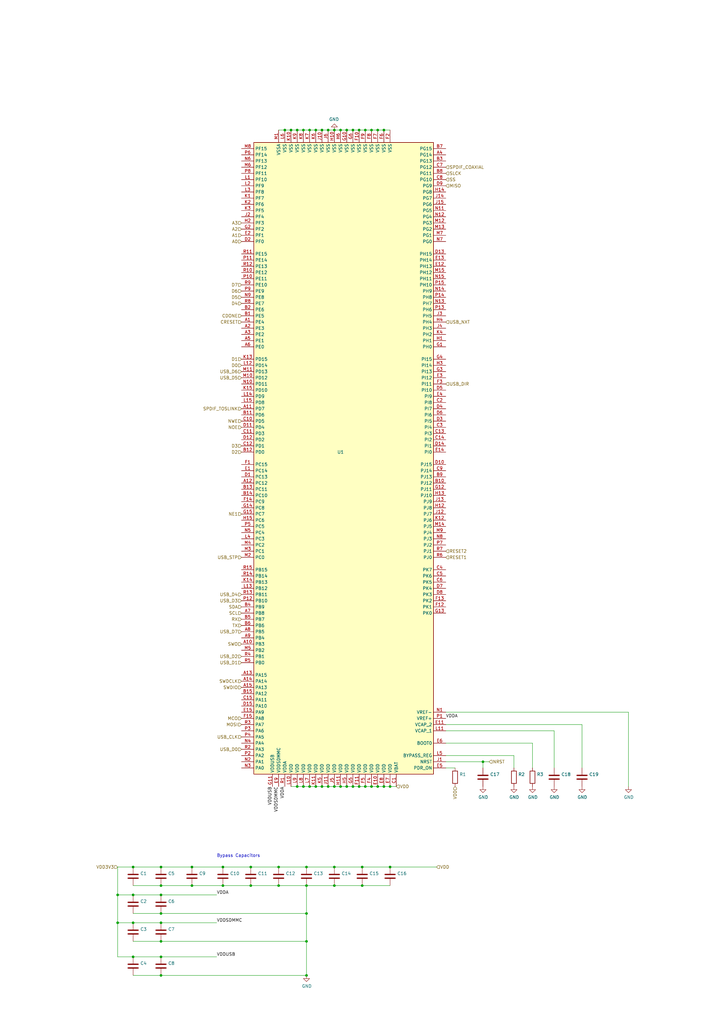
<source format=kicad_sch>
(kicad_sch (version 20211123) (generator eeschema)
  (paper "A3" portrait)
  (title_block (title "MCU"))
  (lib_symbols
    (symbol "Device:C" (pin_numbers hide) (pin_names (offset 0.254))
      (property "Reference" "C" (at 0.635 2.54 0))
      (property "Value" "C" (at 0.635 -2.54 0))
      (symbol "C_0_1"
        (polyline (pts (xy -2.032 -0.762) (xy 2.032 -0.762)) (stroke (width 0.508)))
        (polyline (pts (xy -2.032 0.762) (xy 2.032 0.762)) (stroke (width 0.508)))
      )
      (symbol "C_1_1"
        (pin passive line (at 0 3.81 270) (length 2.794) (name "~") (number "1"))
        (pin passive line (at 0 -3.81 90) (length 2.794) (name "~") (number "2"))
      )
    )
    (symbol "Device:R" (pin_numbers hide) (pin_names (offset 0))
      (property "Reference" "R" (at 2.032 0 90))
      (property "Value" "R" (at 0 0 90))
      (symbol "R_0_1"
        (rectangle (start -1.016 -2.54) (end 1.016 2.54) (stroke (width 0.254)))
      )
      (symbol "R_1_1"
        (pin passive line (at 0 3.81 270) (length 1.27) (name "~") (number "1"))
        (pin passive line (at 0 -3.81 90) (length 1.27) (name "~") (number "2"))
      )
    )
    (symbol "MCU_ST_STM32F7:STM32F765NIHx"
      (property "Reference" "U" (at -38.1 130.81 0))
      (property "Value" "STM32F765NIHx" (at 30.48 130.81 0))
      (symbol "STM32F765NIHx_0_1"
        (rectangle (start -38.1 -129.54) (end 35.56 129.54) (stroke (width 0.254)) (fill (type background)))
      )
      (symbol "STM32F765NIHx_1_1"
        (pin bidirectional line (at 40.64 -55.88 180) (length 5.08) (name "PE4") (number "A1"))
        (pin bidirectional line (at 40.64 76.2 180) (length 5.08) (name "PB3") (number "A10"))
        (pin bidirectional line (at 40.64 -20.32 180) (length 5.08) (name "PD7") (number "A11"))
        (pin bidirectional line (at 40.64 10.16 180) (length 5.08) (name "PC12") (number "A12"))
        (pin bidirectional line (at 40.64 88.9 180) (length 5.08) (name "PA15") (number "A13"))
        (pin bidirectional line (at 40.64 91.44 180) (length 5.08) (name "PA14") (number "A14"))
        (pin bidirectional line (at 40.64 93.98 180) (length 5.08) (name "PA13") (number "A15"))
        (pin bidirectional line (at 40.64 -53.34 180) (length 5.08) (name "PE3") (number "A2"))
        (pin bidirectional line (at 40.64 -50.8 180) (length 5.08) (name "PE2") (number "A3"))
        (pin bidirectional line (at -43.18 -124.46 0) (length 5.08) (name "PG14") (number "A4"))
        (pin bidirectional line (at 40.64 -48.26 180) (length 5.08) (name "PE1") (number "A5"))
        (pin bidirectional line (at 40.64 -45.72 180) (length 5.08) (name "PE0") (number "A6"))
        (pin bidirectional line (at 40.64 63.5 180) (length 5.08) (name "PB8") (number "A7"))
        (pin bidirectional line (at 40.64 71.12 180) (length 5.08) (name "PB5") (number "A8"))
        (pin bidirectional line (at 40.64 73.66 180) (length 5.08) (name "PB4") (number "A9"))
        (pin bidirectional line (at 40.64 -58.42 180) (length 5.08) (name "PE5") (number "B1"))
        (pin bidirectional line (at -43.18 10.16 0) (length 5.08) (name "PJ12") (number "B10"))
        (pin bidirectional line (at 40.64 -17.78 180) (length 5.08) (name "PD6") (number "B11"))
        (pin bidirectional line (at 40.64 -2.54 180) (length 5.08) (name "PD0") (number "B12"))
        (pin bidirectional line (at 40.64 12.7 180) (length 5.08) (name "PC11") (number "B13"))
        (pin bidirectional line (at 40.64 15.24 180) (length 5.08) (name "PC10") (number "B14"))
        (pin bidirectional line (at 40.64 96.52 180) (length 5.08) (name "PA12") (number "B15"))
        (pin bidirectional line (at 40.64 -60.96 180) (length 5.08) (name "PE6") (number "B2"))
        (pin bidirectional line (at -43.18 -121.92 0) (length 5.08) (name "PG13") (number "B3"))
        (pin bidirectional line (at 40.64 60.96 180) (length 5.08) (name "PB9") (number "B4"))
        (pin bidirectional line (at 40.64 66.04 180) (length 5.08) (name "PB7") (number "B5"))
        (pin bidirectional line (at 40.64 68.58 180) (length 5.08) (name "PB6") (number "B6"))
        (pin bidirectional line (at -43.18 -127 0) (length 5.08) (name "PG15") (number "B7"))
        (pin bidirectional line (at -43.18 -116.84 0) (length 5.08) (name "PG11") (number "B8"))
        (pin bidirectional line (at -43.18 7.62 0) (length 5.08) (name "PJ13") (number "B9"))
        (pin power_in line (at -22.86 134.62 270) (length 5.08) (name "VBAT") (number "C1"))
        (pin bidirectional line (at 40.64 -15.24 180) (length 5.08) (name "PD5") (number "C10"))
        (pin bidirectional line (at 40.64 -10.16 180) (length 5.08) (name "PD3") (number "C11"))
        (pin bidirectional line (at 40.64 -5.08 180) (length 5.08) (name "PD1") (number "C12"))
        (pin bidirectional line (at -43.18 -10.16 0) (length 5.08) (name "PI3") (number "C13"))
        (pin bidirectional line (at -43.18 -7.62 0) (length 5.08) (name "PI2") (number "C14"))
        (pin bidirectional line (at 40.64 99.06 180) (length 5.08) (name "PA11") (number "C15"))
        (pin bidirectional line (at -43.18 -22.86 0) (length 5.08) (name "PI8") (number "C2"))
        (pin bidirectional line (at -43.18 -12.7 0) (length 5.08) (name "PI4") (number "C3"))
        (pin bidirectional line (at -43.18 45.72 0) (length 5.08) (name "PK7") (number "C4"))
        (pin bidirectional line (at -43.18 48.26 0) (length 5.08) (name "PK6") (number "C5"))
        (pin bidirectional line (at -43.18 50.8 0) (length 5.08) (name "PK5") (number "C6"))
        (pin bidirectional line (at -43.18 -119.38 0) (length 5.08) (name "PG12") (number "C7"))
        (pin bidirectional line (at -43.18 -114.3 0) (length 5.08) (name "PG10") (number "C8"))
        (pin bidirectional line (at -43.18 5.08 0) (length 5.08) (name "PJ14") (number "C9"))
        (pin bidirectional line (at 40.64 7.62 180) (length 5.08) (name "PC13") (number "D1"))
        (pin bidirectional line (at -43.18 2.54 0) (length 5.08) (name "PJ15") (number "D10"))
        (pin bidirectional line (at 40.64 -12.7 180) (length 5.08) (name "PD4") (number "D11"))
        (pin bidirectional line (at 40.64 -7.62 180) (length 5.08) (name "PD2") (number "D12"))
        (pin bidirectional line (at -43.18 -83.82 0) (length 5.08) (name "PH15") (number "D13"))
        (pin bidirectional line (at -43.18 -5.08 0) (length 5.08) (name "PI1") (number "D14"))
        (pin bidirectional line (at 40.64 101.6 180) (length 5.08) (name "PA10") (number "D15"))
        (pin bidirectional line (at 40.64 -88.9 180) (length 5.08) (name "PF0") (number "D2"))
        (pin bidirectional line (at -43.18 -15.24 0) (length 5.08) (name "PI5") (number "D3"))
        (pin bidirectional line (at -43.18 -20.32 0) (length 5.08) (name "PI7") (number "D4"))
        (pin bidirectional line (at -43.18 -27.94 0) (length 5.08) (name "PI10") (number "D5"))
        (pin bidirectional line (at -43.18 -17.78 0) (length 5.08) (name "PI6") (number "D6"))
        (pin bidirectional line (at -43.18 53.34 0) (length 5.08) (name "PK4") (number "D7"))
        (pin bidirectional line (at -43.18 55.88 0) (length 5.08) (name "PK3") (number "D8"))
        (pin bidirectional line (at -43.18 -111.76 0) (length 5.08) (name "PG9") (number "D9"))
        (pin bidirectional line (at 40.64 5.08 180) (length 5.08) (name "PC14") (number "E1"))
        (pin power_in line (at -15.24 134.62 270) (length 5.08) (name "VDD") (number "E10"))
        (pin power_in line (at -43.18 109.22 0) (length 5.08) (name "VCAP_2") (number "E11"))
        (pin bidirectional line (at -43.18 -78.74 0) (length 5.08) (name "PH13") (number "E12"))
        (pin bidirectional line (at -43.18 -81.28 0) (length 5.08) (name "PH14") (number "E13"))
        (pin bidirectional line (at -43.18 -2.54 0) (length 5.08) (name "PI0") (number "E14"))
        (pin bidirectional line (at 40.64 104.14 180) (length 5.08) (name "PA9") (number "E15"))
        (pin bidirectional line (at 40.64 -91.44 180) (length 5.08) (name "PF1") (number "E2"))
        (pin bidirectional line (at -43.18 -33.02 0) (length 5.08) (name "PI12") (number "E3"))
        (pin bidirectional line (at -43.18 -25.4 0) (length 5.08) (name "PI9") (number "E4"))
        (pin input line (at -43.18 127 0) (length 5.08) (name "PDR_ON") (number "E5"))
        (pin input line (at -43.18 116.84 0) (length 5.08) (name "BOOT0") (number "E6"))
        (pin power_in line (at -20.32 134.62 270) (length 5.08) (name "VDD") (number "E7"))
        (pin power_in line (at -17.78 134.62 270) (length 5.08) (name "VDD") (number "E8"))
        (pin power_in line (at 25.4 134.62 270) (length 5.08) (name "VDDSDMMC") (number "E9"))
        (pin bidirectional line (at 40.64 2.54 180) (length 5.08) (name "PC15") (number "F1"))
        (pin power_in line (at -7.62 -134.62 90) (length 5.08) (name "VSS") (number "F10"))
        (pin power_in line (at -7.62 134.62 270) (length 5.08) (name "VDD") (number "F11"))
        (pin bidirectional line (at -43.18 60.96 0) (length 5.08) (name "PK1") (number "F12"))
        (pin bidirectional line (at -43.18 58.42 0) (length 5.08) (name "PK2") (number "F13"))
        (pin bidirectional line (at 40.64 17.78 180) (length 5.08) (name "PC9") (number "F14"))
        (pin bidirectional line (at 40.64 106.68 180) (length 5.08) (name "PA8") (number "F15"))
        (pin power_in line (at -20.32 -134.62 90) (length 5.08) (name "VSS") (number "F2"))
        (pin bidirectional line (at -43.18 -30.48 0) (length 5.08) (name "PI11") (number "F3"))
        (pin power_in line (at -12.7 134.62 270) (length 5.08) (name "VDD") (number "F4"))
        (pin power_in line (at -10.16 134.62 270) (length 5.08) (name "VDD") (number "F5"))
        (pin power_in line (at -17.78 -134.62 90) (length 5.08) (name "VSS") (number "F6"))
        (pin power_in line (at -15.24 -134.62 90) (length 5.08) (name "VSS") (number "F7"))
        (pin power_in line (at -12.7 -134.62 90) (length 5.08) (name "VSS") (number "F8"))
        (pin power_in line (at -10.16 -134.62 90) (length 5.08) (name "VSS") (number "F9"))
        (pin input line (at -43.18 -45.72 0) (length 5.08) (name "PH0") (number "G1"))
        (pin power_in line (at -2.54 -134.62 90) (length 5.08) (name "VSS") (number "G10"))
        (pin power_in line (at 27.94 134.62 270) (length 5.08) (name "VDDUSB") (number "G11"))
        (pin bidirectional line (at -43.18 12.7 0) (length 5.08) (name "PJ11") (number "G12"))
        (pin bidirectional line (at -43.18 63.5 0) (length 5.08) (name "PK0") (number "G13"))
        (pin bidirectional line (at 40.64 20.32 180) (length 5.08) (name "PC8") (number "G14"))
        (pin bidirectional line (at 40.64 22.86 180) (length 5.08) (name "PC7") (number "G15"))
        (pin bidirectional line (at 40.64 -93.98 180) (length 5.08) (name "PF2") (number "G2"))
        (pin bidirectional line (at -43.18 -35.56 0) (length 5.08) (name "PI13") (number "G3"))
        (pin bidirectional line (at -43.18 -40.64 0) (length 5.08) (name "PI15") (number "G4"))
        (pin power_in line (at -5.08 134.62 270) (length 5.08) (name "VDD") (number "G5"))
        (pin power_in line (at -5.08 -134.62 90) (length 5.08) (name "VSS") (number "G6"))
        (pin input line (at -43.18 -48.26 0) (length 5.08) (name "PH1") (number "H1"))
        (pin power_in line (at 2.54 -134.62 90) (length 5.08) (name "VSS") (number "H10"))
        (pin power_in line (at 0 134.62 270) (length 5.08) (name "VDD") (number "H11"))
        (pin bidirectional line (at -43.18 20.32 0) (length 5.08) (name "PJ8") (number "H12"))
        (pin bidirectional line (at -43.18 15.24 0) (length 5.08) (name "PJ10") (number "H13"))
        (pin bidirectional line (at -43.18 -109.22 0) (length 5.08) (name "PG8") (number "H14"))
        (pin bidirectional line (at 40.64 25.4 180) (length 5.08) (name "PC6") (number "H15"))
        (pin bidirectional line (at 40.64 -96.52 180) (length 5.08) (name "PF3") (number "H2"))
        (pin bidirectional line (at -43.18 -38.1 0) (length 5.08) (name "PI14") (number "H3"))
        (pin bidirectional line (at -43.18 -55.88 0) (length 5.08) (name "PH4") (number "H4"))
        (pin power_in line (at -2.54 134.62 270) (length 5.08) (name "VDD") (number "H5"))
        (pin power_in line (at 0 -134.62 90) (length 5.08) (name "VSS") (number "H6"))
        (pin input line (at -43.18 124.46 0) (length 5.08) (name "NRST") (number "J1"))
        (pin power_in line (at 7.62 -134.62 90) (length 5.08) (name "VSS") (number "J10"))
        (pin power_in line (at 5.08 134.62 270) (length 5.08) (name "VDD") (number "J11"))
        (pin bidirectional line (at -43.18 22.86 0) (length 5.08) (name "PJ7") (number "J12"))
        (pin bidirectional line (at -43.18 17.78 0) (length 5.08) (name "PJ9") (number "J13"))
        (pin bidirectional line (at -43.18 -106.68 0) (length 5.08) (name "PG7") (number "J14"))
        (pin bidirectional line (at -43.18 -104.14 0) (length 5.08) (name "PG6") (number "J15"))
        (pin bidirectional line (at 40.64 -99.06 180) (length 5.08) (name "PF4") (number "J2"))
        (pin bidirectional line (at -43.18 -58.42 0) (length 5.08) (name "PH5") (number "J3"))
        (pin bidirectional line (at -43.18 -53.34 0) (length 5.08) (name "PH3") (number "J4"))
        (pin power_in line (at 2.54 134.62 270) (length 5.08) (name "VDD") (number "J5"))
        (pin power_in line (at 5.08 -134.62 90) (length 5.08) (name "VSS") (number "J6"))
        (pin bidirectional line (at 40.64 -106.68 180) (length 5.08) (name "PF7") (number "K1"))
        (pin power_in line (at 20.32 -134.62 90) (length 5.08) (name "VSS") (number "K10"))
        (pin power_in line (at 10.16 134.62 270) (length 5.08) (name "VDD") (number "K11"))
        (pin bidirectional line (at -43.18 25.4 0) (length 5.08) (name "PJ6") (number "K12"))
        (pin bidirectional line (at 40.64 -40.64 180) (length 5.08) (name "PD15") (number "K13"))
        (pin bidirectional line (at 40.64 50.8 180) (length 5.08) (name "PB13") (number "K14"))
        (pin bidirectional line (at 40.64 -27.94 180) (length 5.08) (name "PD10") (number "K15"))
        (pin bidirectional line (at 40.64 -104.14 180) (length 5.08) (name "PF6") (number "K2"))
        (pin bidirectional line (at 40.64 -101.6 180) (length 5.08) (name "PF5") (number "K3"))
        (pin bidirectional line (at -43.18 -50.8 0) (length 5.08) (name "PH2") (number "K4"))
        (pin power_in line (at 7.62 134.62 270) (length 5.08) (name "VDD") (number "K5"))
        (pin power_in line (at 10.16 -134.62 90) (length 5.08) (name "VSS") (number "K6"))
        (pin power_in line (at 12.7 -134.62 90) (length 5.08) (name "VSS") (number "K7"))
        (pin power_in line (at 15.24 -134.62 90) (length 5.08) (name "VSS") (number "K8"))
        (pin power_in line (at 17.78 -134.62 90) (length 5.08) (name "VSS") (number "K9"))
        (pin bidirectional line (at 40.64 -114.3 180) (length 5.08) (name "PF10") (number "L1"))
        (pin power_in line (at 20.32 134.62 270) (length 5.08) (name "VDD") (number "L10"))
        (pin power_in line (at -43.18 111.76 0) (length 5.08) (name "VCAP_1") (number "L11"))
        (pin bidirectional line (at 40.64 -38.1 180) (length 5.08) (name "PD14") (number "L12"))
        (pin bidirectional line (at 40.64 53.34 180) (length 5.08) (name "PB12") (number "L13"))
        (pin bidirectional line (at 40.64 -25.4 180) (length 5.08) (name "PD9") (number "L14"))
        (pin bidirectional line (at 40.64 -22.86 180) (length 5.08) (name "PD8") (number "L15"))
        (pin bidirectional line (at 40.64 -111.76 180) (length 5.08) (name "PF9") (number "L2"))
        (pin bidirectional line (at 40.64 -109.22 180) (length 5.08) (name "PF8") (number "L3"))
        (pin bidirectional line (at 40.64 33.02 180) (length 5.08) (name "PC3") (number "L4"))
        (pin input line (at -43.18 121.92 0) (length 5.08) (name "BYPASS_REG") (number "L5"))
        (pin power_in line (at 22.86 -134.62 90) (length 5.08) (name "VSS") (number "L6"))
        (pin power_in line (at 12.7 134.62 270) (length 5.08) (name "VDD") (number "L7"))
        (pin power_in line (at 15.24 134.62 270) (length 5.08) (name "VDD") (number "L8"))
        (pin power_in line (at 17.78 134.62 270) (length 5.08) (name "VDD") (number "L9"))
        (pin power_in line (at 25.4 -134.62 90) (length 5.08) (name "VSSA") (number "M1"))
        (pin bidirectional line (at 40.64 -33.02 180) (length 5.08) (name "PD12") (number "M10"))
        (pin bidirectional line (at 40.64 -35.56 180) (length 5.08) (name "PD13") (number "M11"))
        (pin bidirectional line (at -43.18 -96.52 0) (length 5.08) (name "PG3") (number "M12"))
        (pin bidirectional line (at -43.18 -93.98 0) (length 5.08) (name "PG2") (number "M13"))
        (pin bidirectional line (at -43.18 27.94 0) (length 5.08) (name "PJ5") (number "M14"))
        (pin bidirectional line (at -43.18 -76.2 0) (length 5.08) (name "PH12") (number "M15"))
        (pin bidirectional line (at 40.64 40.64 180) (length 5.08) (name "PC0") (number "M2"))
        (pin bidirectional line (at 40.64 38.1 180) (length 5.08) (name "PC1") (number "M3"))
        (pin bidirectional line (at 40.64 35.56 180) (length 5.08) (name "PC2") (number "M4"))
        (pin bidirectional line (at 40.64 78.74 180) (length 5.08) (name "PB2") (number "M5"))
        (pin bidirectional line (at 40.64 -119.38 180) (length 5.08) (name "PF12") (number "M6"))
        (pin bidirectional line (at -43.18 -91.44 0) (length 5.08) (name "PG1") (number "M7"))
        (pin bidirectional line (at 40.64 -127 180) (length 5.08) (name "PF15") (number "M8"))
        (pin bidirectional line (at -43.18 30.48 0) (length 5.08) (name "PJ4") (number "M9"))
        (pin power_in line (at -43.18 104.14 0) (length 5.08) (name "VREF-") (number "N1"))
        (pin bidirectional line (at 40.64 -30.48 180) (length 5.08) (name "PD11") (number "N10"))
        (pin bidirectional line (at -43.18 -101.6 0) (length 5.08) (name "PG5") (number "N11"))
        (pin bidirectional line (at -43.18 -99.06 0) (length 5.08) (name "PG4") (number "N12"))
        (pin bidirectional line (at -43.18 -63.5 0) (length 5.08) (name "PH7") (number "N13"))
        (pin bidirectional line (at -43.18 -68.58 0) (length 5.08) (name "PH9") (number "N14"))
        (pin bidirectional line (at -43.18 -73.66 0) (length 5.08) (name "PH11") (number "N15"))
        (pin bidirectional line (at 40.64 124.46 180) (length 5.08) (name "PA1") (number "N2"))
        (pin bidirectional line (at 40.64 127 180) (length 5.08) (name "PA0") (number "N3"))
        (pin bidirectional line (at 40.64 116.84 180) (length 5.08) (name "PA4") (number "N4"))
        (pin bidirectional line (at 40.64 30.48 180) (length 5.08) (name "PC4") (number "N5"))
        (pin bidirectional line (at 40.64 -121.92 180) (length 5.08) (name "PF13") (number "N6"))
        (pin bidirectional line (at -43.18 -88.9 0) (length 5.08) (name "PG0") (number "N7"))
        (pin bidirectional line (at -43.18 33.02 0) (length 5.08) (name "PJ3") (number "N8"))
        (pin bidirectional line (at 40.64 -66.04 180) (length 5.08) (name "PE8") (number "N9"))
        (pin power_in line (at -43.18 106.68 0) (length 5.08) (name "VREF+") (number "P1"))
        (pin bidirectional line (at 40.64 -73.66 180) (length 5.08) (name "PE11") (number "P10"))
        (pin bidirectional line (at 40.64 -81.28 180) (length 5.08) (name "PE14") (number "P11"))
        (pin bidirectional line (at 40.64 58.42 180) (length 5.08) (name "PB10") (number "P12"))
        (pin bidirectional line (at -43.18 -60.96 0) (length 5.08) (name "PH6") (number "P13"))
        (pin bidirectional line (at -43.18 -66.04 0) (length 5.08) (name "PH8") (number "P14"))
        (pin bidirectional line (at -43.18 -71.12 0) (length 5.08) (name "PH10") (number "P15"))
        (pin bidirectional line (at 40.64 121.92 180) (length 5.08) (name "PA2") (number "P2"))
        (pin bidirectional line (at 40.64 111.76 180) (length 5.08) (name "PA6") (number "P3"))
        (pin bidirectional line (at 40.64 114.3 180) (length 5.08) (name "PA5") (number "P4"))
        (pin bidirectional line (at 40.64 27.94 180) (length 5.08) (name "PC5") (number "P5"))
        (pin bidirectional line (at 40.64 -124.46 180) (length 5.08) (name "PF14") (number "P6"))
        (pin bidirectional line (at -43.18 35.56 0) (length 5.08) (name "PJ2") (number "P7"))
        (pin bidirectional line (at 40.64 -116.84 180) (length 5.08) (name "PF11") (number "P8"))
        (pin bidirectional line (at 40.64 -68.58 180) (length 5.08) (name "PE9") (number "P9"))
        (pin power_in line (at 22.86 134.62 270) (length 5.08) (name "VDDA") (number "R1"))
        (pin bidirectional line (at 40.64 -76.2 180) (length 5.08) (name "PE12") (number "R10"))
        (pin bidirectional line (at 40.64 -83.82 180) (length 5.08) (name "PE15") (number "R11"))
        (pin bidirectional line (at 40.64 -78.74 180) (length 5.08) (name "PE13") (number "R12"))
        (pin bidirectional line (at 40.64 55.88 180) (length 5.08) (name "PB11") (number "R13"))
        (pin bidirectional line (at 40.64 48.26 180) (length 5.08) (name "PB14") (number "R14"))
        (pin bidirectional line (at 40.64 45.72 180) (length 5.08) (name "PB15") (number "R15"))
        (pin bidirectional line (at 40.64 119.38 180) (length 5.08) (name "PA3") (number "R2"))
        (pin bidirectional line (at 40.64 109.22 180) (length 5.08) (name "PA7") (number "R3"))
        (pin bidirectional line (at 40.64 81.28 180) (length 5.08) (name "PB1") (number "R4"))
        (pin bidirectional line (at 40.64 83.82 180) (length 5.08) (name "PB0") (number "R5"))
        (pin bidirectional line (at -43.18 40.64 0) (length 5.08) (name "PJ0") (number "R6"))
        (pin bidirectional line (at -43.18 38.1 0) (length 5.08) (name "PJ1") (number "R7"))
        (pin bidirectional line (at 40.64 -63.5 180) (length 5.08) (name "PE7") (number "R8"))
        (pin bidirectional line (at 40.64 -71.12 180) (length 5.08) (name "PE10") (number "R9"))
      )
    )
    (symbol "power:GND" (power) (pin_names (offset 0))
      (property "Value" "GND" (at 0 -3.81 0))
      (symbol "GND_0_1"
        (polyline (pts (xy 0 0) (xy 0 -1.27) (xy 1.27 -1.27) (xy 0 -2.54) (xy -1.27 -1.27) (xy 0 -1.27)))
      )
      (symbol "GND_1_1"
        (pin power_in line (at 0 0 270) (length 0) hide (name "GND") (number "1"))
      )
    )
  )
  (junction (at 121.92 322.58))
  (junction (at 142.24 53.34))
  (junction (at 78.74 363.22))
  (junction (at 48.26 367.03))
  (junction (at 152.4 53.34))
  (junction (at 157.48 53.34))
  (junction (at 142.24 322.58))
  (junction (at 137.16 53.34))
  (junction (at 114.3 355.6))
  (junction (at 124.46 322.58))
  (junction (at 148.59 363.22))
  (junction (at 147.32 322.58))
  (junction (at 114.3 363.22))
  (junction (at 154.94 322.58))
  (junction (at 125.73 363.22))
  (junction (at 129.54 53.34))
  (junction (at 48.26 378.46))
  (junction (at 66.04 367.03))
  (junction (at 66.04 355.6))
  (junction (at 129.54 322.58))
  (junction (at 54.61 378.46))
  (junction (at 119.38 53.34))
  (junction (at 66.04 378.46))
  (junction (at 102.87 363.22))
  (junction (at 132.08 53.34))
  (junction (at 125.73 355.6))
  (junction (at 137.16 322.58))
  (junction (at 54.61 392.43))
  (junction (at 91.44 355.6))
  (junction (at 144.78 53.34))
  (junction (at 157.48 322.58))
  (junction (at 160.02 355.6))
  (junction (at 54.61 367.03))
  (junction (at 66.04 363.22))
  (junction (at 127 53.34))
  (junction (at 160.02 322.58))
  (junction (at 149.86 322.58))
  (junction (at 198.12 312.42))
  (junction (at 66.04 400.05))
  (junction (at 149.86 53.34))
  (junction (at 139.7 53.34))
  (junction (at 134.62 53.34))
  (junction (at 152.4 322.58))
  (junction (at 66.04 386.08))
  (junction (at 127 322.58))
  (junction (at 116.84 53.34))
  (junction (at 139.7 322.58))
  (junction (at 147.32 53.34))
  (junction (at 66.04 374.65))
  (junction (at 132.08 322.58))
  (junction (at 66.04 392.43))
  (junction (at 125.73 374.65))
  (junction (at 121.92 53.34))
  (junction (at 102.87 355.6))
  (junction (at 78.74 355.6))
  (junction (at 154.94 53.34))
  (junction (at 54.61 355.6))
  (junction (at 137.16 363.22))
  (junction (at 124.46 53.34))
  (junction (at 137.16 355.6))
  (junction (at 125.73 386.08))
  (junction (at 91.44 363.22))
  (junction (at 125.73 400.05))
  (junction (at 148.59 355.6))
  (junction (at 144.78 322.58))
  (junction (at 134.62 322.58))
  (wire (pts (xy 144.78 53.34) (xy 147.32 53.34)))
  (wire (pts (xy 114.3 53.34) (xy 116.84 53.34)))
  (wire (pts (xy 48.26 367.03) (xy 48.26 378.46)))
  (wire (pts (xy 149.86 322.58) (xy 152.4 322.58)))
  (wire (pts (xy 127 53.34) (xy 129.54 53.34)))
  (wire (pts (xy 54.61 378.46) (xy 66.04 378.46)))
  (wire (pts (xy 66.04 392.43) (xy 54.61 392.43)))
  (wire (pts (xy 257.81 322.58) (xy 257.81 292.1)))
  (wire (pts (xy 218.44 304.8) (xy 182.88 304.8)))
  (wire (pts (xy 66.04 367.03) (xy 88.9 367.03)))
  (wire (pts (xy 218.44 314.96) (xy 218.44 304.8)))
  (wire (pts (xy 129.54 322.58) (xy 132.08 322.58)))
  (wire (pts (xy 152.4 322.58) (xy 154.94 322.58)))
  (wire (pts (xy 160.02 322.58) (xy 162.56 322.58)))
  (wire (pts (xy 134.62 53.34) (xy 137.16 53.34)))
  (wire (pts (xy 182.88 309.88) (xy 210.82 309.88)))
  (wire (pts (xy 210.82 314.96) (xy 210.82 309.88)))
  (wire (pts (xy 78.74 355.6) (xy 91.44 355.6)))
  (wire (pts (xy 160.02 355.6) (xy 179.07 355.6)))
  (wire (pts (xy 152.4 53.34) (xy 154.94 53.34)))
  (wire (pts (xy 125.73 374.65) (xy 66.04 374.65)))
  (wire (pts (xy 48.26 378.46) (xy 54.61 378.46)))
  (wire (pts (xy 125.73 363.22) (xy 125.73 374.65)))
  (wire (pts (xy 134.62 322.58) (xy 137.16 322.58)))
  (wire (pts (xy 54.61 363.22) (xy 66.04 363.22)))
  (wire (pts (xy 149.86 53.34) (xy 152.4 53.34)))
  (wire (pts (xy 144.78 322.58) (xy 147.32 322.58)))
  (wire (pts (xy 200.66 312.42) (xy 198.12 312.42)))
  (wire (pts (xy 139.7 53.34) (xy 142.24 53.34)))
  (wire (pts (xy 132.08 53.34) (xy 134.62 53.34)))
  (wire (pts (xy 125.73 363.22) (xy 137.16 363.22)))
  (wire (pts (xy 198.12 314.96) (xy 198.12 312.42)))
  (wire (pts (xy 121.92 322.58) (xy 124.46 322.58)))
  (wire (pts (xy 137.16 355.6) (xy 148.59 355.6)))
  (wire (pts (xy 132.08 322.58) (xy 134.62 322.58)))
  (wire (pts (xy 227.33 299.72) (xy 182.88 299.72)))
  (wire (pts (xy 48.26 355.6) (xy 48.26 367.03)))
  (wire (pts (xy 114.3 355.6) (xy 125.73 355.6)))
  (wire (pts (xy 124.46 322.58) (xy 127 322.58)))
  (wire (pts (xy 66.04 400.05) (xy 54.61 400.05)))
  (wire (pts (xy 129.54 53.34) (xy 132.08 53.34)))
  (wire (pts (xy 48.26 392.43) (xy 54.61 392.43)))
  (wire (pts (xy 54.61 386.08) (xy 66.04 386.08)))
  (wire (pts (xy 139.7 322.58) (xy 142.24 322.58)))
  (wire (pts (xy 66.04 355.6) (xy 78.74 355.6)))
  (wire (pts (xy 116.84 53.34) (xy 119.38 53.34)))
  (wire (pts (xy 121.92 53.34) (xy 124.46 53.34)))
  (wire (pts (xy 66.04 378.46) (xy 88.9 378.46)))
  (wire (pts (xy 238.76 314.96) (xy 238.76 297.18)))
  (wire (pts (xy 114.3 363.22) (xy 125.73 363.22)))
  (wire (pts (xy 125.73 386.08) (xy 125.73 400.05)))
  (wire (pts (xy 125.73 400.05) (xy 66.04 400.05)))
  (wire (pts (xy 157.48 53.34) (xy 160.02 53.34)))
  (wire (pts (xy 66.04 363.22) (xy 78.74 363.22)))
  (wire (pts (xy 102.87 363.22) (xy 114.3 363.22)))
  (wire (pts (xy 186.69 314.96) (xy 182.88 314.96)))
  (wire (pts (xy 48.26 378.46) (xy 48.26 392.43)))
  (wire (pts (xy 157.48 322.58) (xy 160.02 322.58)))
  (wire (pts (xy 137.16 322.58) (xy 139.7 322.58)))
  (wire (pts (xy 91.44 355.6) (xy 102.87 355.6)))
  (wire (pts (xy 48.26 355.6) (xy 54.61 355.6)))
  (wire (pts (xy 66.04 374.65) (xy 54.61 374.65)))
  (wire (pts (xy 78.74 363.22) (xy 91.44 363.22)))
  (wire (pts (xy 127 322.58) (xy 129.54 322.58)))
  (wire (pts (xy 102.87 355.6) (xy 114.3 355.6)))
  (wire (pts (xy 257.81 292.1) (xy 182.88 292.1)))
  (wire (pts (xy 148.59 363.22) (xy 160.02 363.22)))
  (wire (pts (xy 91.44 363.22) (xy 102.87 363.22)))
  (wire (pts (xy 148.59 355.6) (xy 160.02 355.6)))
  (wire (pts (xy 142.24 322.58) (xy 144.78 322.58)))
  (wire (pts (xy 88.9 392.43) (xy 66.04 392.43)))
  (wire (pts (xy 119.38 53.34) (xy 121.92 53.34)))
  (wire (pts (xy 125.73 355.6) (xy 137.16 355.6)))
  (wire (pts (xy 198.12 312.42) (xy 182.88 312.42)))
  (wire (pts (xy 54.61 355.6) (xy 66.04 355.6)))
  (wire (pts (xy 227.33 314.96) (xy 227.33 299.72)))
  (wire (pts (xy 154.94 53.34) (xy 157.48 53.34)))
  (wire (pts (xy 119.38 322.58) (xy 121.92 322.58)))
  (wire (pts (xy 142.24 53.34) (xy 144.78 53.34)))
  (wire (pts (xy 147.32 53.34) (xy 149.86 53.34)))
  (wire (pts (xy 66.04 367.03) (xy 54.61 367.03)))
  (wire (pts (xy 48.26 367.03) (xy 54.61 367.03)))
  (wire (pts (xy 154.94 322.58) (xy 157.48 322.58)))
  (wire (pts (xy 137.16 53.34) (xy 139.7 53.34)))
  (wire (pts (xy 124.46 53.34) (xy 127 53.34)))
  (wire (pts (xy 147.32 322.58) (xy 149.86 322.58)))
  (wire (pts (xy 66.04 386.08) (xy 125.73 386.08)))
  (wire (pts (xy 125.73 374.65) (xy 125.73 386.08)))
  (wire (pts (xy 137.16 363.22) (xy 148.59 363.22)))
  (wire (pts (xy 238.76 297.18) (xy 182.88 297.18)))
  (text "Bypass Capacitors" (at 88.9 351.79 0) (effects (font (size 1.27 1.27)) (justify left bottom)))
  (label "VDDA" (at 182.88 294.64 0))
  (label "VDDA" (at 116.84 322.58 270))
  (label "VDDUSB" (at 111.76 322.58 270))
  (label "VDDUSB" (at 88.9 392.43 0))
  (label "VDDSDMMC" (at 114.3 322.58 270))
  (label "VDDA" (at 88.9 367.03 0))
  (label "VDDSDMMC" (at 88.9 378.46 0))
  (hierarchical_label "D2" (shape input) (at 99.06 185.42 180))
  (hierarchical_label "NOE" (shape input) (at 99.06 175.26 180))
  (hierarchical_label "VDD" (shape input) (at 162.56 322.58 0))
  (hierarchical_label "SDA" (shape input) (at 99.06 248.92 180))
  (hierarchical_label "MISO" (shape input) (at 182.88 76.2 0))
  (hierarchical_label "CRESET" (shape input) (at 99.06 132.08 180))
  (hierarchical_label "VDD" (shape input) (at 179.07 355.6 0))
  (hierarchical_label "CDONE" (shape input) (at 99.06 129.54 180))
  (hierarchical_label "D4" (shape input) (at 99.06 124.46 180))
  (hierarchical_label "SCL" (shape input) (at 99.06 251.46 180))
  (hierarchical_label "D6" (shape input) (at 99.06 119.38 180))
  (hierarchical_label "SLCK" (shape input) (at 182.88 71.12 0))
  (hierarchical_label "USB_CLK" (shape input) (at 99.06 302.26 180))
  (hierarchical_label "D3" (shape input) (at 99.06 182.88 180))
  (hierarchical_label "D1" (shape input) (at 99.06 147.32 180))
  (hierarchical_label "D5" (shape input) (at 99.06 121.92 180))
  (hierarchical_label "D7" (shape input) (at 99.06 116.84 180))
  (hierarchical_label "USB_D4" (shape input) (at 99.06 243.84 180))
  (hierarchical_label "MCO" (shape input) (at 99.06 294.64 180))
  (hierarchical_label "NWE" (shape input) (at 99.06 172.72 180))
  (hierarchical_label "USB_D7" (shape input) (at 99.06 259.08 180))
  (hierarchical_label "VDD3V3" (shape input) (at 48.26 355.6 180))
  (hierarchical_label "A2" (shape input) (at 99.06 93.98 180))
  (hierarchical_label "SPDIF_TOSLINK" (shape input) (at 99.06 167.64 180))
  (hierarchical_label "A0" (shape input) (at 99.06 99.06 180))
  (hierarchical_label "SS" (shape input) (at 182.88 73.66 0))
  (hierarchical_label "USB_D1" (shape input) (at 99.06 271.78 180))
  (hierarchical_label "RESET2" (shape input) (at 182.88 226.06 0))
  (hierarchical_label "USB_D2" (shape input) (at 99.06 269.24 180))
  (hierarchical_label "USB_D3" (shape input) (at 99.06 246.38 180))
  (hierarchical_label "USB_D5" (shape input) (at 99.06 154.94 180))
  (hierarchical_label "NE1" (shape input) (at 99.06 210.82 180))
  (hierarchical_label "USB_DIR" (shape input) (at 182.88 157.48 0))
  (hierarchical_label "SWO" (shape input) (at 99.06 264.16 180))
  (hierarchical_label "SWDIO" (shape input) (at 99.06 281.94 180))
  (hierarchical_label "SWDCLK" (shape input) (at 99.06 279.4 180))
  (hierarchical_label "TX" (shape input) (at 99.06 256.54 180))
  (hierarchical_label "SPDIF_COAXIAL" (shape input) (at 182.88 68.58 0))
  (hierarchical_label "A1" (shape input) (at 99.06 96.52 180))
  (hierarchical_label "MOSI" (shape input) (at 99.06 297.18 180))
  (hierarchical_label "VDD" (shape input) (at 186.69 322.58 270))
  (hierarchical_label "D0" (shape input) (at 99.06 149.86 180))
  (hierarchical_label "A3" (shape input) (at 99.06 91.44 180))
  (hierarchical_label "RESET1" (shape input) (at 182.88 228.6 0))
  (hierarchical_label "RX" (shape input) (at 99.06 254 180))
  (hierarchical_label "NRST" (shape input) (at 200.66 312.42 0))
  (hierarchical_label "USB_D6" (shape input) (at 99.06 152.4 180))
  (hierarchical_label "USB_D0" (shape input) (at 99.06 307.34 180))
  (hierarchical_label "USB_NXT" (shape input) (at 182.88 132.08 0))
  (hierarchical_label "USB_STP" (shape input) (at 99.06 228.6 180))
  (symbol (lib_id "MCU_ST_STM32F7:STM32F765NIHx") (at 139.7 187.96 180) (unit 1)
    (property "Reference" "U1" (at 139.7 185.42 0))
    (property "Datasheet" "http://www.st.com/st-web-ui/static/active/en/resource/technical/document/datasheet/DM00273119.pdf" (effects hide))
  )
  (symbol (lib_id "power:GND") (at 137.16 53.34 180) (unit 1)
    (property "Reference" "#PWR02" (effects hide))
  )
  (symbol (lib_id "Device:R") (at 186.69 318.77 0) (unit 1)
    (property "Reference" "R1" (at 188.468 317.6016 0) (effects (justify left)))
  )
  (symbol (lib_id "Device:C") (at 227.33 318.77 180) (unit 1)
    (property "Reference" "C18" (at 230.251 317.6016 0) (effects (justify right)))
  )
  (symbol (lib_id "Device:C") (at 238.76 318.77 180) (unit 1)
    (property "Reference" "C19" (at 241.681 317.6016 0) (effects (justify right)))
  )
  (symbol (lib_id "power:GND") (at 218.44 322.58 0) (unit 1)
    (property "Reference" "#PWR05" (effects hide))
  )
  (symbol (lib_id "Device:R") (at 210.82 318.77 0) (unit 1)
    (property "Reference" "R2" (at 212.598 317.6016 0) (effects (justify left)))
  )
  (symbol (lib_id "power:GND") (at 210.82 322.58 0) (unit 1)
    (property "Reference" "#PWR04" (effects hide))
  )
  (symbol (lib_id "Device:R") (at 218.44 318.77 0) (unit 1)
    (property "Reference" "R3" (at 220.218 317.6016 0) (effects (justify left)))
  )
  (symbol (lib_id "Device:C") (at 198.12 318.77 180) (unit 1)
    (property "Reference" "C17" (at 201.041 317.6016 0) (effects (justify right)))
  )
  (symbol (lib_id "power:GND") (at 198.12 322.58 0) (unit 1)
    (property "Reference" "#PWR03" (effects hide))
  )
  (symbol (lib_id "power:GND") (at 227.33 322.58 0) (unit 1)
    (property "Reference" "#PWR06" (effects hide))
  )
  (symbol (lib_id "power:GND") (at 238.76 322.58 0) (unit 1)
    (property "Reference" "#PWR07" (effects hide))
  )
  (symbol (lib_id "power:GND") (at 257.81 322.58 0) (unit 1)
    (property "Reference" "#PWR08" (effects hide))
  )
  (symbol (lib_id "Device:C") (at 66.04 359.41 0) (unit 1)
    (property "Reference" "C5" (at 68.961 358.2416 0) (effects (justify left)))
  )
  (symbol (lib_id "Device:C") (at 66.04 370.84 0) (unit 1)
    (property "Reference" "C6" (at 68.961 369.6716 0) (effects (justify left)))
  )
  (symbol (lib_id "Device:C") (at 66.04 382.27 0) (unit 1)
    (property "Reference" "C7" (at 68.961 381.1016 0) (effects (justify left)))
  )
  (symbol (lib_id "Device:C") (at 66.04 396.24 0) (unit 1)
    (property "Reference" "C8" (at 68.961 395.0716 0) (effects (justify left)))
  )
  (symbol (lib_id "Device:C") (at 54.61 359.41 0) (unit 1)
    (property "Reference" "C1" (at 57.531 358.2416 0) (effects (justify left)))
  )
  (symbol (lib_id "Device:C") (at 54.61 370.84 0) (unit 1)
    (property "Reference" "C2" (at 57.531 369.6716 0) (effects (justify left)))
  )
  (symbol (lib_id "Device:C") (at 54.61 382.27 0) (unit 1)
    (property "Reference" "C3" (at 57.531 381.1016 0) (effects (justify left)))
  )
  (symbol (lib_id "Device:C") (at 54.61 396.24 0) (unit 1)
    (property "Reference" "C4" (at 57.531 395.0716 0) (effects (justify left)))
  )
  (symbol (lib_id "Device:C") (at 78.74 359.41 0) (unit 1)
    (property "Reference" "C9" (at 81.661 358.2416 0) (effects (justify left)))
  )
  (symbol (lib_id "Device:C") (at 91.44 359.41 0) (unit 1)
    (property "Reference" "C10" (at 94.361 358.2416 0) (effects (justify left)))
  )
  (symbol (lib_id "Device:C") (at 102.87 359.41 0) (unit 1)
    (property "Reference" "C11" (at 105.791 358.2416 0) (effects (justify left)))
  )
  (symbol (lib_id "Device:C") (at 114.3 359.41 0) (unit 1)
    (property "Reference" "C12" (at 117.221 358.2416 0) (effects (justify left)))
  )
  (symbol (lib_id "Device:C") (at 125.73 359.41 0) (unit 1)
    (property "Reference" "C13" (at 128.651 358.2416 0) (effects (justify left)))
  )
  (symbol (lib_id "Device:C") (at 137.16 359.41 0) (unit 1)
    (property "Reference" "C14" (at 140.081 358.2416 0) (effects (justify left)))
  )
  (symbol (lib_id "Device:C") (at 148.59 359.41 0) (unit 1)
    (property "Reference" "C15" (at 151.511 358.2416 0) (effects (justify left)))
  )
  (symbol (lib_id "Device:C") (at 160.02 359.41 0) (unit 1)
    (property "Reference" "C16" (at 162.941 358.2416 0) (effects (justify left)))
  )
  (symbol (lib_id "power:GND") (at 125.73 400.05 0) (unit 1)
    (property "Reference" "#PWR01" (effects hide))
  )
)
</source>
